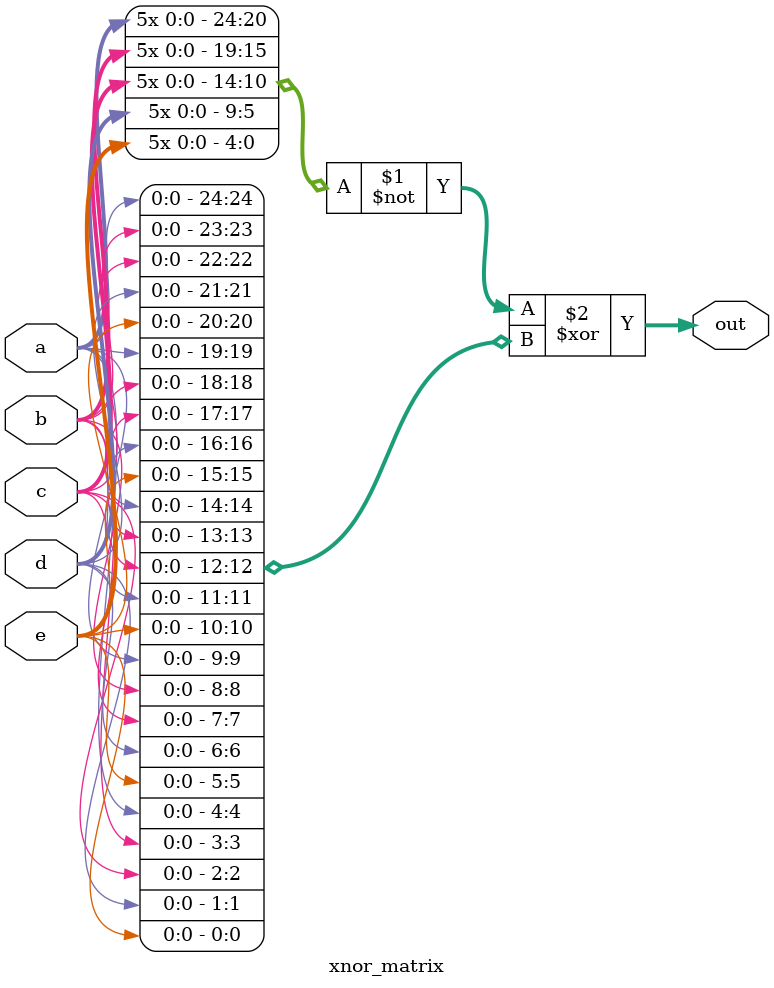
<source format=v>
module xnor_matrix (
    input a, b, c, d, e,
    output [24:0] out
);

    assign out = ~{ {5{a}}, {5{b}}, {5{c}}, {5{d}}, {5{e}} }
        ^ { {5{a,b,c,d,e}} };

    // There are other ways to solve this question.
    // 1) assign each bit (totally 24 lines!)
    // 2) 2-D loop
    // 3) Procedural style (always)

endmodule
</source>
